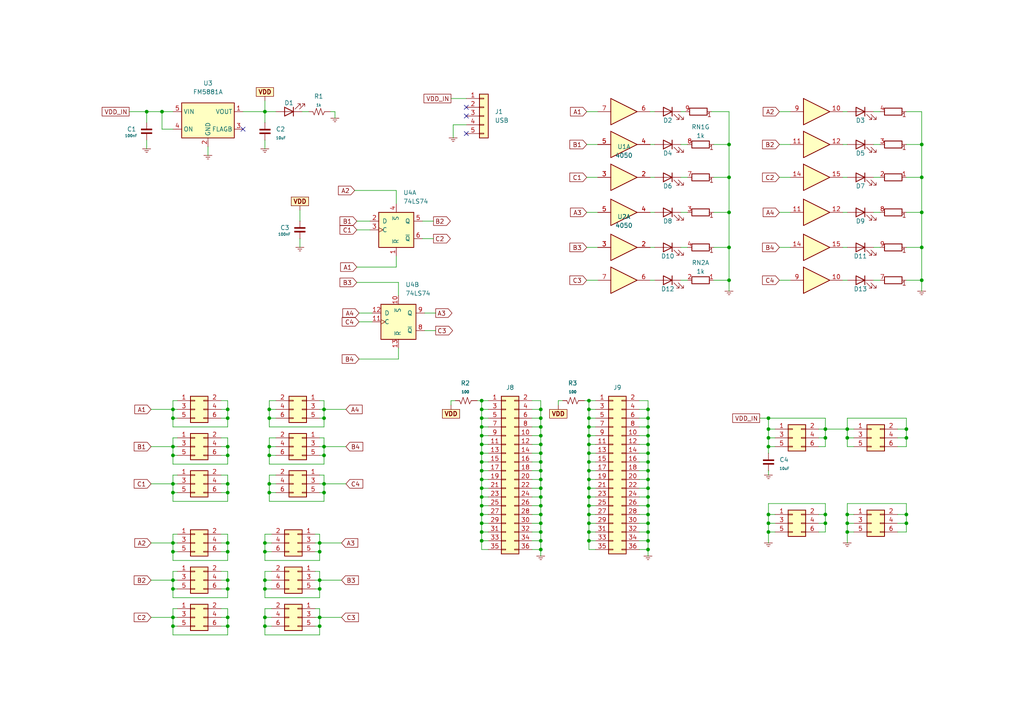
<source format=kicad_sch>
(kicad_sch (version 20211123) (generator eeschema)
  (paper "A4")
  (title_block (title "Placa didática Sistemas Digitais (7400)"))
  (junction (at 262.89 151.765))
  (junction (at 66.04 160.02))
  (junction (at 267.335 71.755))
  (junction (at 156.845 121.285))
  (junction (at 93.98 140.335))
  (junction (at 222.885 121.285))
  (junction (at 187.96 123.825))
  (junction (at 156.845 146.685))
  (junction (at 156.845 139.065))
  (junction (at 92.71 181.61))
  (junction (at 239.395 127))
  (junction (at 156.845 126.365))
  (junction (at 239.395 149.225))
  (junction (at 50.165 170.815))
  (junction (at 78.105 140.335))
  (junction (at 76.835 179.07))
  (junction (at 139.7 151.765))
  (junction (at 76.835 160.02))
  (junction (at 139.7 121.285))
  (junction (at 222.885 151.765))
  (junction (at 170.815 128.905))
  (junction (at 262.89 149.225))
  (junction (at 93.98 129.54))
  (junction (at 187.96 151.765))
  (junction (at 46.99 32.385))
  (junction (at 50.165 157.48))
  (junction (at 170.815 156.845))
  (junction (at 139.7 154.305))
  (junction (at 170.815 146.685))
  (junction (at 187.96 139.065))
  (junction (at 156.845 149.225))
  (junction (at 156.845 131.445))
  (junction (at 66.04 140.335))
  (junction (at 78.105 121.285))
  (junction (at 170.815 136.525))
  (junction (at 156.845 154.305))
  (junction (at 93.98 132.08))
  (junction (at 211.455 71.755))
  (junction (at 222.885 127))
  (junction (at 245.745 127))
  (junction (at 156.845 118.745))
  (junction (at 92.71 157.48))
  (junction (at 245.745 149.225))
  (junction (at 50.165 181.61))
  (junction (at 78.105 129.54))
  (junction (at 50.165 168.275))
  (junction (at 170.815 116.205))
  (junction (at 92.71 168.275))
  (junction (at 139.7 139.065))
  (junction (at 211.455 51.435))
  (junction (at 139.7 123.825))
  (junction (at 187.96 154.305))
  (junction (at 50.165 129.54))
  (junction (at 267.335 51.435))
  (junction (at 76.835 170.815))
  (junction (at 66.04 132.08))
  (junction (at 211.455 41.91))
  (junction (at 262.89 124.46))
  (junction (at 92.71 160.02))
  (junction (at 187.96 128.905))
  (junction (at 222.885 129.54))
  (junction (at 187.96 136.525))
  (junction (at 156.845 136.525))
  (junction (at 170.815 123.825))
  (junction (at 139.7 146.685))
  (junction (at 66.04 118.745))
  (junction (at 187.96 141.605))
  (junction (at 50.165 121.285))
  (junction (at 66.04 121.285))
  (junction (at 139.7 141.605))
  (junction (at 139.7 136.525))
  (junction (at 170.815 141.605))
  (junction (at 262.89 127))
  (junction (at 93.98 118.745))
  (junction (at 222.885 124.46))
  (junction (at 187.96 159.385))
  (junction (at 78.105 118.745))
  (junction (at 139.7 128.905))
  (junction (at 76.835 32.385))
  (junction (at 156.845 133.985))
  (junction (at 139.7 133.985))
  (junction (at 187.96 149.225))
  (junction (at 156.845 144.145))
  (junction (at 170.815 126.365))
  (junction (at 170.815 131.445))
  (junction (at 156.845 128.905))
  (junction (at 170.815 154.305))
  (junction (at 139.7 149.225))
  (junction (at 66.04 157.48))
  (junction (at 211.455 61.595))
  (junction (at 76.835 168.275))
  (junction (at 267.335 61.595))
  (junction (at 66.04 170.815))
  (junction (at 187.96 118.745))
  (junction (at 170.815 133.985))
  (junction (at 76.835 181.61))
  (junction (at 187.96 131.445))
  (junction (at 267.335 81.28))
  (junction (at 187.96 146.685))
  (junction (at 139.7 144.145))
  (junction (at 156.845 156.845))
  (junction (at 92.71 170.815))
  (junction (at 211.455 81.28))
  (junction (at 222.885 154.305))
  (junction (at 170.815 139.065))
  (junction (at 245.745 154.305))
  (junction (at 239.395 151.765))
  (junction (at 170.815 118.745))
  (junction (at 50.165 118.745))
  (junction (at 156.845 159.385))
  (junction (at 92.71 179.07))
  (junction (at 50.165 142.875))
  (junction (at 156.845 123.825))
  (junction (at 139.7 116.205))
  (junction (at 66.04 129.54))
  (junction (at 78.105 142.875))
  (junction (at 187.96 133.985))
  (junction (at 93.98 142.875))
  (junction (at 170.815 121.285))
  (junction (at 66.04 168.275))
  (junction (at 156.845 151.765))
  (junction (at 222.885 149.225))
  (junction (at 66.04 181.61))
  (junction (at 139.7 118.745))
  (junction (at 139.7 126.365))
  (junction (at 93.98 121.285))
  (junction (at 170.815 149.225))
  (junction (at 239.395 124.46))
  (junction (at 66.04 142.875))
  (junction (at 66.04 179.07))
  (junction (at 139.7 131.445))
  (junction (at 170.815 144.145))
  (junction (at 42.545 32.385))
  (junction (at 187.96 121.285))
  (junction (at 187.96 126.365))
  (junction (at 170.815 151.765))
  (junction (at 245.745 151.765))
  (junction (at 50.165 132.08))
  (junction (at 245.745 124.46))
  (junction (at 156.845 141.605))
  (junction (at 76.835 157.48))
  (junction (at 50.165 179.07))
  (junction (at 187.96 144.145))
  (junction (at 50.165 140.335))
  (junction (at 267.335 41.91))
  (junction (at 50.165 160.02))
  (junction (at 187.96 156.845))
  (junction (at 78.105 132.08))
  (junction (at 139.7 156.845))
  (no_connect (at 70.485 37.465))
  (no_connect (at 135.255 31.115))
  (no_connect (at 135.255 33.655))
  (no_connect (at 135.255 38.735))
  (wire (pts (xy 185.42 156.845) (xy 187.96 156.845)))
  (wire (pts (xy 66.04 142.875) (xy 66.04 145.415)))
  (wire (pts (xy 76.835 160.02) (xy 76.835 162.56)))
  (wire (pts (xy 64.135 137.795) (xy 66.04 137.795)))
  (wire (pts (xy 130.81 28.575) (xy 135.255 28.575)))
  (wire (pts (xy 172.72 121.285) (xy 170.815 121.285)))
  (wire (pts (xy 51.435 154.94) (xy 50.165 154.94)))
  (wire (pts (xy 78.74 154.94) (xy 76.835 154.94)))
  (wire (pts (xy 172.72 149.225) (xy 170.815 149.225)))
  (wire (pts (xy 141.605 151.765) (xy 139.7 151.765)))
  (wire (pts (xy 78.74 181.61) (xy 76.835 181.61)))
  (wire (pts (xy 267.335 32.385) (xy 262.89 32.385)))
  (wire (pts (xy 115.57 100.965) (xy 115.57 104.14)))
  (wire (pts (xy 50.165 137.795) (xy 50.165 140.335)))
  (wire (pts (xy 141.605 136.525) (xy 139.7 136.525)))
  (wire (pts (xy 170.815 141.605) (xy 170.815 139.065)))
  (wire (pts (xy 156.845 159.385) (xy 156.845 161.29)))
  (wire (pts (xy 80.01 118.745) (xy 78.105 118.745)))
  (wire (pts (xy 50.165 160.02) (xy 50.165 157.48)))
  (wire (pts (xy 66.04 132.08) (xy 66.04 134.62)))
  (wire (pts (xy 104.14 93.345) (xy 107.95 93.345)))
  (wire (pts (xy 161.925 117.475) (xy 161.925 116.205)))
  (wire (pts (xy 42.545 32.385) (xy 42.545 35.56)))
  (wire (pts (xy 188.595 61.595) (xy 189.865 61.595)))
  (wire (pts (xy 93.98 145.415) (xy 93.98 142.875)))
  (wire (pts (xy 51.435 160.02) (xy 50.165 160.02)))
  (wire (pts (xy 92.71 170.815) (xy 92.71 168.275)))
  (wire (pts (xy 43.815 168.275) (xy 50.165 168.275)))
  (wire (pts (xy 76.835 173.355) (xy 92.71 173.355)))
  (wire (pts (xy 66.04 184.15) (xy 50.165 184.15)))
  (wire (pts (xy 187.96 121.285) (xy 187.96 123.825)))
  (wire (pts (xy 262.89 127) (xy 262.89 124.46)))
  (wire (pts (xy 51.435 116.205) (xy 50.165 116.205)))
  (wire (pts (xy 141.605 149.225) (xy 139.7 149.225)))
  (wire (pts (xy 92.71 160.02) (xy 92.71 157.48)))
  (wire (pts (xy 76.835 179.07) (xy 76.835 181.61)))
  (wire (pts (xy 78.74 170.815) (xy 76.835 170.815)))
  (wire (pts (xy 187.96 156.845) (xy 187.96 159.385)))
  (wire (pts (xy 141.605 139.065) (xy 139.7 139.065)))
  (wire (pts (xy 188.595 41.91) (xy 189.865 41.91)))
  (wire (pts (xy 170.815 146.685) (xy 170.815 149.225)))
  (wire (pts (xy 64.135 132.08) (xy 66.04 132.08)))
  (wire (pts (xy 92.71 154.94) (xy 92.71 157.48)))
  (wire (pts (xy 197.485 32.385) (xy 198.755 32.385)))
  (wire (pts (xy 92.71 137.795) (xy 93.98 137.795)))
  (wire (pts (xy 222.885 129.54) (xy 224.79 129.54)))
  (wire (pts (xy 139.7 139.065) (xy 139.7 136.525)))
  (wire (pts (xy 139.7 116.205) (xy 141.605 116.205)))
  (wire (pts (xy 76.835 181.61) (xy 76.835 184.15)))
  (wire (pts (xy 66.04 157.48) (xy 66.04 160.02)))
  (wire (pts (xy 156.845 131.445) (xy 156.845 133.985)))
  (wire (pts (xy 51.435 127) (xy 50.165 127)))
  (wire (pts (xy 185.42 128.905) (xy 187.96 128.905)))
  (wire (pts (xy 267.335 61.595) (xy 267.335 51.435)))
  (wire (pts (xy 93.98 132.08) (xy 93.98 129.54)))
  (wire (pts (xy 188.595 51.435) (xy 189.865 51.435)))
  (wire (pts (xy 64.135 127) (xy 66.04 127)))
  (wire (pts (xy 51.435 165.735) (xy 50.165 165.735)))
  (wire (pts (xy 141.605 141.605) (xy 139.7 141.605)))
  (wire (pts (xy 141.605 159.385) (xy 139.7 159.385)))
  (wire (pts (xy 187.96 136.525) (xy 187.96 139.065)))
  (wire (pts (xy 260.35 151.765) (xy 262.89 151.765)))
  (wire (pts (xy 188.595 81.28) (xy 189.865 81.28)))
  (wire (pts (xy 76.835 29.21) (xy 76.835 32.385)))
  (wire (pts (xy 64.135 118.745) (xy 66.04 118.745)))
  (wire (pts (xy 46.99 37.465) (xy 46.99 32.385)))
  (wire (pts (xy 131.445 36.195) (xy 131.445 40.005)))
  (wire (pts (xy 43.815 118.745) (xy 50.165 118.745)))
  (wire (pts (xy 170.815 118.745) (xy 170.815 116.205)))
  (wire (pts (xy 50.165 145.415) (xy 50.165 142.875)))
  (wire (pts (xy 122.555 69.215) (xy 125.73 69.215)))
  (wire (pts (xy 185.42 146.685) (xy 187.96 146.685)))
  (wire (pts (xy 207.01 61.595) (xy 211.455 61.595)))
  (wire (pts (xy 222.885 154.305) (xy 222.885 157.48)))
  (wire (pts (xy 185.42 123.825) (xy 187.96 123.825)))
  (wire (pts (xy 170.18 32.385) (xy 173.355 32.385)))
  (wire (pts (xy 172.72 123.825) (xy 170.815 123.825)))
  (wire (pts (xy 123.19 90.805) (xy 126.365 90.805)))
  (wire (pts (xy 139.7 133.985) (xy 139.7 131.445)))
  (wire (pts (xy 262.89 149.225) (xy 260.35 149.225)))
  (wire (pts (xy 50.165 116.205) (xy 50.165 118.745)))
  (wire (pts (xy 51.435 176.53) (xy 50.165 176.53)))
  (wire (pts (xy 66.04 173.355) (xy 50.165 173.355)))
  (wire (pts (xy 262.89 71.755) (xy 267.335 71.755)))
  (wire (pts (xy 139.7 146.685) (xy 139.7 144.145)))
  (wire (pts (xy 78.105 116.205) (xy 78.105 118.745)))
  (wire (pts (xy 66.04 162.56) (xy 50.165 162.56)))
  (wire (pts (xy 262.89 81.28) (xy 267.335 81.28)))
  (wire (pts (xy 245.745 146.05) (xy 245.745 149.225)))
  (wire (pts (xy 91.44 160.02) (xy 92.71 160.02)))
  (wire (pts (xy 172.72 126.365) (xy 170.815 126.365)))
  (wire (pts (xy 64.135 170.815) (xy 66.04 170.815)))
  (wire (pts (xy 76.835 170.815) (xy 76.835 173.355)))
  (wire (pts (xy 222.885 154.305) (xy 224.79 154.305)))
  (wire (pts (xy 92.71 165.735) (xy 92.71 168.275)))
  (wire (pts (xy 92.71 116.205) (xy 93.98 116.205)))
  (wire (pts (xy 156.845 159.385) (xy 154.305 159.385)))
  (wire (pts (xy 93.98 137.795) (xy 93.98 140.335)))
  (wire (pts (xy 141.605 131.445) (xy 139.7 131.445)))
  (wire (pts (xy 91.44 176.53) (xy 92.71 176.53)))
  (wire (pts (xy 51.435 181.61) (xy 50.165 181.61)))
  (wire (pts (xy 170.815 126.365) (xy 170.815 123.825)))
  (wire (pts (xy 123.19 95.885) (xy 126.365 95.885)))
  (wire (pts (xy 170.18 71.755) (xy 173.355 71.755)))
  (wire (pts (xy 185.42 118.745) (xy 187.96 118.745)))
  (wire (pts (xy 244.475 32.385) (xy 245.745 32.385)))
  (wire (pts (xy 50.165 142.875) (xy 50.165 140.335)))
  (wire (pts (xy 170.815 154.305) (xy 170.815 151.765)))
  (wire (pts (xy 267.335 71.755) (xy 267.335 61.595)))
  (wire (pts (xy 93.98 129.54) (xy 92.71 129.54)))
  (wire (pts (xy 154.305 123.825) (xy 156.845 123.825)))
  (wire (pts (xy 42.545 40.64) (xy 42.545 43.18)))
  (wire (pts (xy 80.01 132.08) (xy 78.105 132.08)))
  (wire (pts (xy 76.835 162.56) (xy 92.71 162.56)))
  (wire (pts (xy 86.995 69.215) (xy 86.995 71.755)))
  (wire (pts (xy 92.71 184.15) (xy 92.71 181.61)))
  (wire (pts (xy 76.835 40.64) (xy 76.835 43.18)))
  (wire (pts (xy 92.71 132.08) (xy 93.98 132.08)))
  (wire (pts (xy 78.74 160.02) (xy 76.835 160.02)))
  (wire (pts (xy 78.105 129.54) (xy 78.105 132.08)))
  (wire (pts (xy 172.72 136.525) (xy 170.815 136.525)))
  (wire (pts (xy 262.89 121.285) (xy 245.745 121.285)))
  (wire (pts (xy 226.06 32.385) (xy 229.235 32.385)))
  (wire (pts (xy 262.89 124.46) (xy 262.89 121.285)))
  (wire (pts (xy 239.395 127) (xy 239.395 124.46)))
  (wire (pts (xy 92.71 168.275) (xy 99.06 168.275)))
  (wire (pts (xy 64.135 142.875) (xy 66.04 142.875)))
  (wire (pts (xy 92.71 176.53) (xy 92.71 179.07)))
  (wire (pts (xy 245.745 127) (xy 245.745 124.46)))
  (wire (pts (xy 187.96 131.445) (xy 187.96 133.985)))
  (wire (pts (xy 92.71 162.56) (xy 92.71 160.02)))
  (wire (pts (xy 156.845 141.605) (xy 156.845 144.145)))
  (wire (pts (xy 43.815 157.48) (xy 50.165 157.48)))
  (wire (pts (xy 222.885 127) (xy 224.79 127)))
  (wire (pts (xy 170.815 116.205) (xy 172.72 116.205)))
  (wire (pts (xy 170.815 156.845) (xy 170.815 154.305)))
  (wire (pts (xy 138.43 116.205) (xy 139.7 116.205)))
  (wire (pts (xy 80.01 129.54) (xy 78.105 129.54)))
  (wire (pts (xy 66.04 118.745) (xy 66.04 121.285)))
  (wire (pts (xy 66.04 168.275) (xy 66.04 170.815)))
  (wire (pts (xy 50.165 121.285) (xy 50.165 118.745)))
  (wire (pts (xy 66.04 123.825) (xy 50.165 123.825)))
  (wire (pts (xy 78.74 168.275) (xy 76.835 168.275)))
  (wire (pts (xy 70.485 32.385) (xy 76.835 32.385)))
  (wire (pts (xy 51.435 137.795) (xy 50.165 137.795)))
  (wire (pts (xy 170.815 139.065) (xy 170.815 136.525)))
  (wire (pts (xy 50.165 170.815) (xy 50.165 168.275)))
  (wire (pts (xy 78.105 121.285) (xy 78.105 123.825)))
  (wire (pts (xy 156.845 126.365) (xy 156.845 128.905)))
  (wire (pts (xy 93.98 118.745) (xy 92.71 118.745)))
  (wire (pts (xy 78.105 118.745) (xy 78.105 121.285)))
  (wire (pts (xy 187.96 141.605) (xy 187.96 144.145)))
  (wire (pts (xy 170.815 131.445) (xy 170.815 128.905)))
  (wire (pts (xy 172.72 139.065) (xy 170.815 139.065)))
  (wire (pts (xy 156.845 146.685) (xy 156.845 149.225)))
  (wire (pts (xy 50.165 165.735) (xy 50.165 168.275)))
  (wire (pts (xy 226.06 61.595) (xy 229.235 61.595)))
  (wire (pts (xy 154.305 156.845) (xy 156.845 156.845)))
  (wire (pts (xy 93.98 129.54) (xy 100.33 129.54)))
  (wire (pts (xy 239.395 149.225) (xy 239.395 146.05)))
  (wire (pts (xy 267.335 81.28) (xy 267.335 71.755)))
  (wire (pts (xy 156.845 133.985) (xy 156.845 136.525)))
  (wire (pts (xy 156.845 156.845) (xy 156.845 159.385)))
  (wire (pts (xy 154.305 146.685) (xy 156.845 146.685)))
  (wire (pts (xy 76.835 168.275) (xy 76.835 170.815)))
  (wire (pts (xy 76.835 35.56) (xy 76.835 32.385)))
  (wire (pts (xy 50.165 123.825) (xy 50.165 121.285)))
  (wire (pts (xy 239.395 124.46) (xy 239.395 121.285)))
  (wire (pts (xy 172.72 154.305) (xy 170.815 154.305)))
  (wire (pts (xy 222.885 151.765) (xy 222.885 154.305)))
  (wire (pts (xy 139.7 154.305) (xy 139.7 151.765)))
  (wire (pts (xy 262.89 124.46) (xy 260.35 124.46)))
  (wire (pts (xy 76.835 32.385) (xy 80.01 32.385)))
  (wire (pts (xy 60.325 42.545) (xy 60.325 45.085)))
  (wire (pts (xy 156.845 151.765) (xy 156.845 154.305)))
  (wire (pts (xy 211.455 51.435) (xy 211.455 41.91)))
  (wire (pts (xy 222.885 121.285) (xy 222.885 124.46)))
  (wire (pts (xy 66.04 127) (xy 66.04 129.54)))
  (wire (pts (xy 222.885 127) (xy 222.885 129.54)))
  (wire (pts (xy 92.71 168.275) (xy 91.44 168.275)))
  (wire (pts (xy 154.305 131.445) (xy 156.845 131.445)))
  (wire (pts (xy 66.04 165.735) (xy 66.04 168.275)))
  (wire (pts (xy 115.57 81.915) (xy 115.57 85.725)))
  (wire (pts (xy 103.505 64.135) (xy 107.315 64.135)))
  (wire (pts (xy 156.845 118.745) (xy 156.845 121.285)))
  (wire (pts (xy 197.485 81.28) (xy 199.39 81.28)))
  (wire (pts (xy 139.7 159.385) (xy 139.7 156.845)))
  (wire (pts (xy 247.65 151.765) (xy 245.745 151.765)))
  (wire (pts (xy 262.89 149.225) (xy 262.89 146.05)))
  (wire (pts (xy 92.71 173.355) (xy 92.71 170.815)))
  (wire (pts (xy 80.01 127) (xy 78.105 127)))
  (wire (pts (xy 97.155 34.29) (xy 97.155 32.385)))
  (wire (pts (xy 51.435 121.285) (xy 50.165 121.285)))
  (wire (pts (xy 139.7 128.905) (xy 139.7 126.365)))
  (wire (pts (xy 220.345 121.285) (xy 222.885 121.285)))
  (wire (pts (xy 78.74 176.53) (xy 76.835 176.53)))
  (wire (pts (xy 42.545 32.385) (xy 46.99 32.385)))
  (wire (pts (xy 244.475 81.28) (xy 245.745 81.28)))
  (wire (pts (xy 197.485 51.435) (xy 199.39 51.435)))
  (wire (pts (xy 197.485 71.755) (xy 199.39 71.755)))
  (wire (pts (xy 130.81 117.475) (xy 130.81 116.205)))
  (wire (pts (xy 139.7 156.845) (xy 139.7 154.305)))
  (wire (pts (xy 130.81 116.205) (xy 132.08 116.205)))
  (wire (pts (xy 170.815 144.145) (xy 170.815 141.605)))
  (wire (pts (xy 185.42 116.205) (xy 187.96 116.205)))
  (wire (pts (xy 222.885 149.225) (xy 222.885 151.765)))
  (wire (pts (xy 239.395 121.285) (xy 222.885 121.285)))
  (wire (pts (xy 93.98 140.335) (xy 92.71 140.335)))
  (wire (pts (xy 262.89 151.765) (xy 262.89 149.225)))
  (wire (pts (xy 170.18 81.28) (xy 173.355 81.28)))
  (wire (pts (xy 262.89 146.05) (xy 245.745 146.05)))
  (wire (pts (xy 237.49 154.305) (xy 239.395 154.305)))
  (wire (pts (xy 211.455 84.455) (xy 211.455 81.28)))
  (wire (pts (xy 93.98 118.745) (xy 100.33 118.745)))
  (wire (pts (xy 244.475 51.435) (xy 245.745 51.435)))
  (wire (pts (xy 154.305 126.365) (xy 156.845 126.365)))
  (wire (pts (xy 93.98 123.825) (xy 93.98 121.285)))
  (wire (pts (xy 66.04 140.335) (xy 66.04 142.875)))
  (wire (pts (xy 187.96 149.225) (xy 187.96 151.765)))
  (wire (pts (xy 239.395 124.46) (xy 245.745 124.46)))
  (wire (pts (xy 78.105 140.335) (xy 78.105 142.875)))
  (wire (pts (xy 239.395 146.05) (xy 222.885 146.05)))
  (wire (pts (xy 43.815 179.07) (xy 50.165 179.07)))
  (wire (pts (xy 92.71 181.61) (xy 92.71 179.07)))
  (wire (pts (xy 172.72 118.745) (xy 170.815 118.745)))
  (wire (pts (xy 141.605 121.285) (xy 139.7 121.285)))
  (wire (pts (xy 170.815 123.825) (xy 170.815 121.285)))
  (wire (pts (xy 237.49 127) (xy 239.395 127)))
  (wire (pts (xy 78.74 157.48) (xy 76.835 157.48)))
  (wire (pts (xy 50.165 129.54) (xy 51.435 129.54)))
  (wire (pts (xy 76.835 176.53) (xy 76.835 179.07)))
  (wire (pts (xy 247.65 127) (xy 245.745 127)))
  (wire (pts (xy 244.475 71.755) (xy 245.745 71.755)))
  (wire (pts (xy 185.42 144.145) (xy 187.96 144.145)))
  (wire (pts (xy 76.835 165.735) (xy 76.835 168.275)))
  (wire (pts (xy 222.885 124.46) (xy 222.885 127)))
  (wire (pts (xy 244.475 61.595) (xy 245.745 61.595)))
  (wire (pts (xy 187.96 139.065) (xy 187.96 141.605)))
  (wire (pts (xy 170.815 136.525) (xy 170.815 133.985)))
  (wire (pts (xy 66.04 154.94) (xy 66.04 157.48)))
  (wire (pts (xy 237.49 151.765) (xy 239.395 151.765)))
  (wire (pts (xy 226.06 51.435) (xy 229.235 51.435)))
  (wire (pts (xy 185.42 151.765) (xy 187.96 151.765)))
  (wire (pts (xy 91.44 170.815) (xy 92.71 170.815)))
  (wire (pts (xy 156.845 116.205) (xy 156.845 118.745)))
  (wire (pts (xy 156.845 139.065) (xy 156.845 141.605)))
  (wire (pts (xy 222.885 146.05) (xy 222.885 149.225)))
  (wire (pts (xy 237.49 124.46) (xy 239.395 124.46)))
  (wire (pts (xy 253.365 81.28) (xy 255.27 81.28)))
  (wire (pts (xy 64.135 129.54) (xy 66.04 129.54)))
  (wire (pts (xy 226.06 71.755) (xy 229.235 71.755)))
  (wire (pts (xy 187.96 123.825) (xy 187.96 126.365)))
  (wire (pts (xy 92.71 157.48) (xy 91.44 157.48)))
  (wire (pts (xy 66.04 170.815) (xy 66.04 173.355)))
  (wire (pts (xy 50.165 162.56) (xy 50.165 160.02)))
  (wire (pts (xy 170.815 128.905) (xy 170.815 126.365)))
  (wire (pts (xy 262.89 129.54) (xy 262.89 127)))
  (wire (pts (xy 154.305 136.525) (xy 156.845 136.525)))
  (wire (pts (xy 50.165 181.61) (xy 50.165 179.07)))
  (wire (pts (xy 141.605 128.905) (xy 139.7 128.905)))
  (wire (pts (xy 222.885 124.46) (xy 224.79 124.46)))
  (wire (pts (xy 78.105 142.875) (xy 78.105 145.415)))
  (wire (pts (xy 64.135 160.02) (xy 66.04 160.02)))
  (wire (pts (xy 93.98 127) (xy 93.98 129.54)))
  (wire (pts (xy 50.165 179.07) (xy 51.435 179.07)))
  (wire (pts (xy 141.605 156.845) (xy 139.7 156.845)))
  (wire (pts (xy 267.335 41.91) (xy 267.335 32.385)))
  (wire (pts (xy 206.375 32.385) (xy 211.455 32.385)))
  (wire (pts (xy 91.44 165.735) (xy 92.71 165.735)))
  (wire (pts (xy 64.135 140.335) (xy 66.04 140.335)))
  (wire (pts (xy 103.505 66.675) (xy 107.315 66.675)))
  (wire (pts (xy 43.815 129.54) (xy 50.165 129.54)))
  (wire (pts (xy 187.96 159.385) (xy 185.42 159.385)))
  (wire (pts (xy 222.885 151.765) (xy 224.79 151.765)))
  (wire (pts (xy 66.04 179.07) (xy 66.04 181.61)))
  (wire (pts (xy 154.305 118.745) (xy 156.845 118.745)))
  (wire (pts (xy 91.44 181.61) (xy 92.71 181.61)))
  (wire (pts (xy 187.96 126.365) (xy 187.96 128.905)))
  (wire (pts (xy 51.435 142.875) (xy 50.165 142.875)))
  (wire (pts (xy 139.7 126.365) (xy 139.7 123.825)))
  (wire (pts (xy 222.885 136.525) (xy 222.885 137.795)))
  (wire (pts (xy 154.305 128.905) (xy 156.845 128.905)))
  (wire (pts (xy 66.04 181.61) (xy 66.04 184.15)))
  (wire (pts (xy 187.96 154.305) (xy 187.96 156.845)))
  (wire (pts (xy 102.87 55.245) (xy 114.935 55.245)))
  (wire (pts (xy 226.06 41.91) (xy 229.235 41.91)))
  (wire (pts (xy 185.42 154.305) (xy 187.96 154.305)))
  (wire (pts (xy 187.96 133.985) (xy 187.96 136.525)))
  (wire (pts (xy 86.995 60.96) (xy 86.995 64.135)))
  (wire (pts (xy 50.165 140.335) (xy 51.435 140.335)))
  (wire (pts (xy 211.455 71.755) (xy 211.455 61.595)))
  (wire (pts (xy 80.01 121.285) (xy 78.105 121.285)))
  (wire (pts (xy 141.605 123.825) (xy 139.7 123.825)))
  (wire (pts (xy 156.845 154.305) (xy 156.845 156.845)))
  (wire (pts (xy 64.135 181.61) (xy 66.04 181.61)))
  (wire (pts (xy 91.44 154.94) (xy 92.71 154.94)))
  (wire (pts (xy 76.835 184.15) (xy 92.71 184.15)))
  (wire (pts (xy 207.01 81.28) (xy 211.455 81.28)))
  (wire (pts (xy 156.845 144.145) (xy 156.845 146.685)))
  (wire (pts (xy 154.305 151.765) (xy 156.845 151.765)))
  (wire (pts (xy 185.42 149.225) (xy 187.96 149.225)))
  (wire (pts (xy 50.165 184.15) (xy 50.165 181.61)))
  (wire (pts (xy 188.595 32.385) (xy 189.865 32.385)))
  (wire (pts (xy 185.42 136.525) (xy 187.96 136.525)))
  (wire (pts (xy 172.72 131.445) (xy 170.815 131.445)))
  (wire (pts (xy 172.72 151.765) (xy 170.815 151.765)))
  (wire (pts (xy 141.605 144.145) (xy 139.7 144.145)))
  (wire (pts (xy 253.365 51.435) (xy 255.27 51.435)))
  (wire (pts (xy 114.935 74.295) (xy 114.935 77.47)))
  (wire (pts (xy 78.74 179.07) (xy 76.835 179.07)))
  (wire (pts (xy 172.72 146.685) (xy 170.815 146.685)))
  (wire (pts (xy 46.99 32.385) (xy 50.165 32.385)))
  (wire (pts (xy 185.42 126.365) (xy 187.96 126.365)))
  (wire (pts (xy 253.365 71.755) (xy 255.27 71.755)))
  (wire (pts (xy 80.01 140.335) (xy 78.105 140.335)))
  (wire (pts (xy 253.365 41.91) (xy 255.27 41.91)))
  (wire (pts (xy 187.96 159.385) (xy 187.96 161.29)))
  (wire (pts (xy 154.305 154.305) (xy 156.845 154.305)))
  (wire (pts (xy 154.305 121.285) (xy 156.845 121.285)))
  (wire (pts (xy 185.42 133.985) (xy 187.96 133.985)))
  (wire (pts (xy 78.105 145.415) (xy 93.98 145.415)))
  (wire (pts (xy 170.815 133.985) (xy 170.815 131.445)))
  (wire (pts (xy 76.835 157.48) (xy 76.835 160.02)))
  (wire (pts (xy 170.815 149.225) (xy 170.815 151.765)))
  (wire (pts (xy 245.745 154.305) (xy 245.745 157.48)))
  (wire (pts (xy 139.7 123.825) (xy 139.7 121.285)))
  (wire (pts (xy 92.71 121.285) (xy 93.98 121.285)))
  (wire (pts (xy 93.98 121.285) (xy 93.98 118.745)))
  (wire (pts (xy 51.435 170.815) (xy 50.165 170.815)))
  (wire (pts (xy 170.18 51.435) (xy 173.355 51.435)))
  (wire (pts (xy 262.89 61.595) (xy 267.335 61.595)))
  (wire (pts (xy 156.845 136.525) (xy 156.845 139.065)))
  (wire (pts (xy 78.105 123.825) (xy 93.98 123.825)))
  (wire (pts (xy 141.605 126.365) (xy 139.7 126.365)))
  (wire (pts (xy 64.135 176.53) (xy 66.04 176.53)))
  (wire (pts (xy 172.72 133.985) (xy 170.815 133.985)))
  (wire (pts (xy 170.815 159.385) (xy 170.815 156.845)))
  (wire (pts (xy 93.98 140.335) (xy 100.33 140.335)))
  (wire (pts (xy 260.35 129.54) (xy 262.89 129.54)))
  (wire (pts (xy 76.835 154.94) (xy 76.835 157.48)))
  (wire (pts (xy 64.135 154.94) (xy 66.04 154.94)))
  (wire (pts (xy 93.98 134.62) (xy 93.98 132.08)))
  (wire (pts (xy 245.745 129.54) (xy 245.745 127)))
  (wire (pts (xy 237.49 129.54) (xy 239.395 129.54)))
  (wire (pts (xy 245.745 154.305) (xy 245.745 151.765)))
  (wire (pts (xy 207.01 41.91) (xy 211.455 41.91)))
  (wire (pts (xy 122.555 64.135) (xy 125.73 64.135)))
  (wire (pts (xy 267.335 51.435) (xy 267.335 41.91)))
  (wire (pts (xy 247.65 154.305) (xy 245.745 154.305)))
  (wire (pts (xy 50.165 173.355) (xy 50.165 170.815)))
  (wire (pts (xy 239.395 129.54) (xy 239.395 127)))
  (wire (pts (xy 92.71 142.875) (xy 93.98 142.875)))
  (wire (pts (xy 222.885 129.54) (xy 222.885 131.445)))
  (wire (pts (xy 50.165 154.94) (xy 50.165 157.48)))
  (wire (pts (xy 170.18 41.91) (xy 173.355 41.91)))
  (wire (pts (xy 92.71 127) (xy 93.98 127)))
  (wire (pts (xy 92.71 179.07) (xy 99.06 179.07)))
  (wire (pts (xy 114.935 55.245) (xy 114.935 59.055)))
  (wire (pts (xy 156.845 149.225) (xy 156.845 151.765)))
  (wire (pts (xy 104.14 104.14) (xy 115.57 104.14)))
  (wire (pts (xy 154.305 139.065) (xy 156.845 139.065)))
  (wire (pts (xy 172.72 128.905) (xy 170.815 128.905)))
  (wire (pts (xy 66.04 176.53) (xy 66.04 179.07)))
  (wire (pts (xy 245.745 121.285) (xy 245.745 124.46)))
  (wire (pts (xy 141.605 118.745) (xy 139.7 118.745)))
  (wire (pts (xy 64.135 168.275) (xy 66.04 168.275)))
  (wire (pts (xy 172.72 156.845) (xy 170.815 156.845)))
  (wire (pts (xy 260.35 127) (xy 262.89 127)))
  (wire (pts (xy 161.925 116.205) (xy 163.195 116.205)))
  (wire (pts (xy 226.06 81.28) (xy 229.235 81.28)))
  (wire (pts (xy 80.01 137.795) (xy 78.105 137.795)))
  (wire (pts (xy 267.335 84.455) (xy 267.335 81.28)))
  (wire (pts (xy 262.89 51.435) (xy 267.335 51.435)))
  (wire (pts (xy 207.01 71.755) (xy 211.455 71.755)))
  (wire (pts (xy 93.98 116.205) (xy 93.98 118.745)))
  (wire (pts (xy 78.105 137.795) (xy 78.105 140.335)))
  (wire (pts (xy 135.255 36.195) (xy 131.445 36.195)))
  (wire (pts (xy 154.305 144.145) (xy 156.845 144.145)))
  (wire (pts (xy 139.7 118.745) (xy 139.7 116.205)))
  (wire (pts (xy 187.96 144.145) (xy 187.96 146.685)))
  (wire (pts (xy 187.96 118.745) (xy 187.96 121.285)))
  (wire (pts (xy 141.605 133.985) (xy 139.7 133.985)))
  (wire (pts (xy 66.04 160.02) (xy 66.04 162.56)))
  (wire (pts (xy 64.135 165.735) (xy 66.04 165.735)))
  (wire (pts (xy 154.305 149.225) (xy 156.845 149.225)))
  (wire (pts (xy 211.455 41.91) (xy 211.455 32.385)))
  (wire (pts (xy 172.72 144.145) (xy 170.815 144.145)))
  (wire (pts (xy 187.96 146.685) (xy 187.96 149.225)))
  (wire (pts (xy 172.72 159.385) (xy 170.815 159.385)))
  (wire (pts (xy 92.71 179.07) (xy 91.44 179.07)))
  (wire (pts (xy 78.74 165.735) (xy 76.835 165.735)))
  (wire (pts (xy 78.105 132.08) (xy 78.105 134.62)))
  (wire (pts (xy 244.475 41.91) (xy 245.745 41.91)))
  (wire (pts (xy 66.04 134.62) (xy 50.165 134.62)))
  (wire (pts (xy 139.7 131.445) (xy 139.7 128.905)))
  (wire (pts (xy 64.135 179.07) (xy 66.04 179.07)))
  (wire (pts (xy 245.745 149.225) (xy 247.65 149.225)))
  (wire (pts (xy 139.7 121.285) (xy 139.7 118.745)))
  (wire (pts (xy 197.485 61.595) (xy 199.39 61.595)))
  (wire (pts (xy 245.745 151.765) (xy 245.745 149.225)))
  (wire (pts (xy 64.135 116.205) (xy 66.04 116.205)))
  (wire (pts (xy 66.04 129.54) (xy 66.04 132.08)))
  (wire (pts (xy 139.7 146.685) (xy 139.7 149.225)))
  (wire (pts (xy 139.7 149.225) (xy 139.7 151.765)))
  (wire (pts (xy 245.745 124.46) (xy 247.65 124.46)))
  (wire (pts (xy 87.63 32.385) (xy 89.535 32.385)))
  (wire (pts (xy 141.605 146.685) (xy 139.7 146.685)))
  (wire (pts (xy 50.165 37.465) (xy 46.99 37.465)))
  (wire (pts (xy 172.72 141.605) (xy 170.815 141.605)))
  (wire (pts (xy 211.455 61.595) (xy 211.455 51.435)))
  (wire (pts (xy 222.885 149.225) (xy 224.79 149.225)))
  (wire (pts (xy 185.42 139.065) (xy 187.96 139.065)))
  (wire (pts (xy 103.505 77.47) (xy 114.935 77.47)))
  (wire (pts (xy 185.42 141.605) (xy 187.96 141.605)))
  (wire (pts (xy 187.96 128.905) (xy 187.96 131.445)))
  (wire (pts (xy 50.165 118.745) (xy 51.435 118.745)))
  (wire (pts (xy 50.165 132.08) (xy 50.165 129.54)))
  (wire (pts (xy 78.105 134.62) (xy 93.98 134.62)))
  (wire (pts (xy 97.155 32.385) (xy 95.885 32.385)))
  (wire (pts (xy 170.815 146.685) (xy 170.815 144.145)))
  (wire (pts (xy 154.305 141.605) (xy 156.845 141.605)))
  (wire (pts (xy 43.815 140.335) (xy 50.165 140.335)))
  (wire (pts (xy 141.605 154.305) (xy 139.7 154.305)))
  (wire (pts (xy 247.65 129.54) (xy 245.745 129.54)))
  (wire (pts (xy 80.01 116.205) (xy 78.105 116.205)))
  (wire (pts (xy 185.42 131.445) (xy 187.96 131.445)))
  (wire (pts (xy 170.18 61.595) (xy 173.355 61.595)))
  (wire (pts (xy 237.49 149.225) (xy 239.395 149.225)))
  (wire (pts (xy 66.04 116.205) (xy 66.04 118.745)))
  (wire (pts (xy 154.305 133.985) (xy 156.845 133.985)))
  (wire (pts (xy 50.165 157.48) (xy 51.435 157.48)))
  (wire (pts (xy 169.545 116.205) (xy 170.815 116.205)))
  (wire (pts (xy 253.365 32.385) (xy 255.27 32.385)))
  (wire (pts (xy 170.815 121.285) (xy 170.815 118.745)))
  (wire (pts (xy 197.485 41.91) (xy 199.39 41.91)))
  (wire (pts (xy 156.845 123.825) (xy 156.845 126.365)))
  (wire (pts (xy 262.89 41.91) (xy 267.335 41.91)))
  (wire (pts (xy 154.305 116.205) (xy 156.845 116.205)))
  (wire (pts (xy 78.105 127) (xy 78.105 129.54)))
  (wire (pts (xy 260.35 154.305) (xy 262.89 154.305)))
  (wire (pts (xy 187.96 116.205) (xy 187.96 118.745)))
  (wire (pts (xy 156.845 121.285) (xy 156.845 123.825)))
  (wire (pts (xy 187.96 151.765) (xy 187.96 154.305)))
  (wire (pts (xy 139.7 144.145) (xy 139.7 141.605)))
  (wire (pts (xy 93.98 142.875) (xy 93.98 140.335)))
  (wire (pts (xy 37.465 32.385) (xy 42.545 32.385)))
  (wire (pts (xy 239.395 154.305) (xy 239.395 151.765)))
  (wire (pts (xy 50.165 127) (xy 50.165 129.54)))
  (wire (pts (xy 50.165 176.53) (xy 50.165 179.07)))
  (wire (pts (xy 80.01 142.875) (xy 78.105 142.875)))
  (wire (pts (xy 66.04 137.795) (xy 66.04 140.335)))
  (wire (pts (xy 211.455 81.28) (xy 211.455 71.755)))
  (wire (pts (xy 66.04 145.415) (xy 50.165 145.415)))
  (wire (pts (xy 207.01 51.435) (xy 211.455 51.435)))
  (wire (pts (xy 66.04 121.285) (xy 66.04 123.825)))
  (wire (pts (xy 64.135 157.48) (xy 66.04 157.48)))
  (wire (pts (xy 50.165 168.275) (xy 51.435 168.275)))
  (wire (pts (xy 50.165 134.62) (xy 50.165 132.08)))
  (wire (pts (xy 139.7 136.525) (xy 139.7 133.985)))
  (wire (pts (xy 139.7 141.605) (xy 139.7 139.065)))
  (wire (pts (xy 156.845 128.905) (xy 156.845 131.445)))
  (wire (pts (xy 103.505 81.915) (xy 115.57 81.915)))
  (wire (pts (xy 64.135 121.285) (xy 66.04 121.285)))
  (wire (pts (xy 51.435 132.08) (xy 50.165 132.08)))
  (wire (pts (xy 188.595 71.755) (xy 189.865 71.755)))
  (wire (pts (xy 253.365 61.595) (xy 255.27 61.595)))
  (wire (pts (xy 185.42 121.285) (xy 187.96 121.285)))
  (wire (pts (xy 104.14 90.805) (xy 107.95 90.805)))
  (wire (pts (xy 239.395 151.765) (xy 239.395 149.225)))
  (wire (pts (xy 92.71 157.48) (xy 99.06 157.48)))
  (wire (pts (xy 262.89 154.305) (xy 262.89 151.765)))
  (global_label "C4" (shape input) (at 100.33 140.335 0) (property "Intersheet References" "${INTERSHEET_REFS}" (effects hide)))
  (global_label "B3" (shape input) (at 103.505 81.915 180) (property "Intersheet References" "${INTERSHEET_REFS}" (effects hide)))
  (global_label "C4" (shape input) (at 104.14 93.345 180) (property "Intersheet References" "${INTERSHEET_REFS}" (effects hide)))
  (global_label "B2" (shape output) (at 125.73 64.135 0) (property "Intersheet References" "${INTERSHEET_REFS}" (effects hide)))
  (global_label "A2" (shape input) (at 226.06 32.385 180) (property "Intersheet References" "${INTERSHEET_REFS}" (effects hide)))
  (global_label "A3" (shape input) (at 170.18 61.595 180) (property "Intersheet References" "${INTERSHEET_REFS}" (effects hide)))
  (global_label "B1" (shape input) (at 43.815 129.54 180) (property "Intersheet References" "${INTERSHEET_REFS}" (effects hide)))
  (global_label "C3" (shape input) (at 99.06 179.07 0) (property "Intersheet References" "${INTERSHEET_REFS}" (effects hide)))
  (global_label "A3" (shape input) (at 99.06 157.48 0) (property "Intersheet References" "${INTERSHEET_REFS}" (effects hide)))
  (global_label "C3" (shape input) (at 170.18 81.28 180) (property "Intersheet References" "${INTERSHEET_REFS}" (effects hide)))
  (global_label "C3" (shape output) (at 126.365 95.885 0) (property "Intersheet References" "${INTERSHEET_REFS}" (effects hide)))
  (global_label "B1" (shape input) (at 103.505 64.135 180) (property "Intersheet References" "${INTERSHEET_REFS}" (effects hide)))
  (global_label "VDD_IN" (shape passive) (at 130.81 28.575 180) (property "Intersheet References" "${INTERSHEET_REFS}" (effects hide)))
  (global_label "C4" (shape input) (at 226.06 81.28 180) (property "Intersheet References" "${INTERSHEET_REFS}" (effects hide)))
  (global_label "B3" (shape input) (at 99.06 168.275 0) (property "Intersheet References" "${INTERSHEET_REFS}" (effects hide)))
  (global_label "B3" (shape input) (at 170.18 71.755 180) (property "Intersheet References" "${INTERSHEET_REFS}" (effects hide)))
  (global_label "C1" (shape input) (at 43.815 140.335 180) (property "Intersheet References" "${INTERSHEET_REFS}" (effects hide)))
  (global_label "VDD_IN" (shape passive) (at 37.465 32.385 180) (property "Intersheet References" "${INTERSHEET_REFS}" (effects hide)))
  (global_label "A2" (shape input) (at 102.87 55.245 180) (property "Intersheet References" "${INTERSHEET_REFS}" (effects hide)))
  (global_label "B4" (shape input) (at 100.33 129.54 0) (property "Intersheet References" "${INTERSHEET_REFS}" (effects hide)))
  (global_label "C2" (shape output) (at 125.73 69.215 0) (property "Intersheet References" "${INTERSHEET_REFS}" (effects hide)))
  (global_label "C1" (shape input) (at 170.18 51.435 180) (property "Intersheet References" "${INTERSHEET_REFS}" (effects hide)))
  (global_label "B4" (shape input) (at 226.06 71.755 180) (property "Intersheet References" "${INTERSHEET_REFS}" (effects hide)))
  (global_label "C2" (shape input) (at 226.06 51.435 180) (property "Intersheet References" "${INTERSHEET_REFS}" (effects hide)))
  (global_label "B1" (shape input) (at 170.18 41.91 180) (property "Intersheet References" "${INTERSHEET_REFS}" (effects hide)))
  (global_label "C1" (shape input) (at 103.505 66.675 180) (property "Intersheet References" "${INTERSHEET_REFS}" (effects hide)))
  (global_label "A1" (shape input) (at 170.18 32.385 180) (property "Intersheet References" "${INTERSHEET_REFS}" (effects hide)))
  (global_label "B2" (shape input) (at 226.06 41.91 180) (property "Intersheet References" "${INTERSHEET_REFS}" (effects hide)))
  (global_label "B4" (shape input) (at 104.14 104.14 180) (property "Intersheet References" "${INTERSHEET_REFS}" (effects hide)))
  (global_label "A4" (shape input) (at 100.33 118.745 0) (property "Intersheet References" "${INTERSHEET_REFS}" (effects hide)))
  (global_label "A3" (shape output) (at 126.365 90.805 0) (property "Intersheet References" "${INTERSHEET_REFS}" (effects hide)))
  (global_label "A1" (shape input) (at 43.815 118.745 180) (property "Intersheet References" "${INTERSHEET_REFS}" (effects hide)))
  (global_label "A4" (shape input) (at 226.06 61.595 180) (property "Intersheet References" "${INTERSHEET_REFS}" (effects hide)))
  (global_label "VDD_IN" (shape passive) (at 220.345 121.285 180) (property "Intersheet References" "${INTERSHEET_REFS}" (effects hide)))
  (global_label "A4" (shape input) (at 104.14 90.805 180) (property "Intersheet References" "${INTERSHEET_REFS}" (effects hide)))
  (global_label "A1" (shape input) (at 103.505 77.47 180) (property "Intersheet References" "${INTERSHEET_REFS}" (effects hide)))
  (global_label "B2" (shape input) (at 43.815 168.275 180) (property "Intersheet References" "${INTERSHEET_REFS}" (effects hide)))
  (global_label "A2" (shape input) (at 43.815 157.48 180) (property "Intersheet References" "${INTERSHEET_REFS}" (effects hide)))
  (global_label "C2" (shape input) (at 43.815 179.07 180) (property "Intersheet References" "${INTERSHEET_REFS}" (effects hide)))
  (symbol (lib_id "Connector_Generic:Conn_02x03_Odd_Even") (at 229.87 127 0) (unit 1)
    (property "Reference" "J4" (effects hide))
    (property "Value" "Conn_02x03_Odd_Even" (effects hide))
    (property "Footprint" "Connector_PinSocket_2.54mm:PinSocket_2x03_P2.54mm_Vertical" (effects hide))
  )
  (symbol (lib_id "OPENMIND:GND2") (at 245.745 157.48 0) (unit 1)
    (property "Reference" "#PWR014" (effects hide))
    (property "Value" "GND2" (effects hide))
  )
  (symbol (lib_id "Connector_Generic:Conn_02x03_Odd_Even") (at 56.515 118.745 0) (unit 1)
    (property "Reference" "J2" (effects hide))
    (property "Value" "Conn_02x03_Odd_Even" (effects hide))
    (property "Footprint" "Connector_PinSocket_2.54mm:PinSocket_2x03_P2.54mm_Vertical" (effects hide))
  )
  (symbol (lib_id "OPENMIND:VDD") (at 130.81 117.475 180) (unit 1)
    (property "Reference" "#PWR010" (effects hide))
    (property "Value" "VDD" (effects hide))
  )
  (symbol (lib_id "Device:LED") (at 249.555 61.595 0) (mirror y) (unit 1)
    (property "Reference" "D9" (at 249.555 64.135 0))
    (property "Value" "LED_Small" (effects hide))
    (property "Footprint" "LED_SMD:LED_0805_2012Metric" (effects hide))
  )
  (symbol (lib_id "Connector_Generic:Conn_02x03_Odd_Even") (at 56.515 168.275 0) (unit 1)
    (property "Reference" "J16" (effects hide))
    (property "Value" "Conn_02x03_Odd_Even" (effects hide))
    (property "Footprint" "Connector_PinSocket_2.54mm:PinSocket_2x03_P2.54mm_Vertical" (effects hide))
  )
  (symbol (lib_id "Device:LED") (at 249.555 41.91 0) (mirror y) (unit 1)
    (property "Reference" "D5" (at 249.555 44.45 0))
    (property "Value" "LED_Small" (effects hide))
    (property "Footprint" "LED_SMD:LED_0805_2012Metric" (effects hide))
  )
  (symbol (lib_id "4xxx:4050") (at 180.975 41.91 0) (unit 2)
    (property "Reference" "U1" (effects hide))
    (property "Value" "4050" (effects hide))
    (property "Footprint" "Package_SO:SOIC-16_3.9x9.9mm_P1.27mm" (effects hide))
    (property "Datasheet" "http://www.intersil.com/content/dam/intersil/documents/cd40/cd4050bms.pdf" (effects hide))
  )
  (symbol (lib_id "OPENMIND:GND2") (at 211.455 84.455 0) (unit 1)
    (property "Reference" "#PWR08" (effects hide))
    (property "Value" "GND2" (effects hide))
  )
  (symbol (lib_id "74xx:74LS74") (at 115.57 93.345 0) (unit 2)
    (property "Reference" "U4" (at 117.5894 82.55 0) (effects (justify left)))
    (property "Value" "74LS74" (at 117.5894 85.09 0) (effects (justify left)))
    (property "Datasheet" "74xx/74hc_hct74.pdf" (effects hide))
  )
  (symbol (lib_id "Device:LED") (at 193.675 71.755 0) (mirror y) (unit 1)
    (property "Reference" "D10" (at 193.675 74.295 0))
    (property "Value" "LED_Small" (effects hide))
    (property "Footprint" "LED_SMD:LED_0805_2012Metric" (effects hide))
  )
  (symbol (lib_id "4xxx:4050") (at 236.855 71.755 0) (unit 6)
    (property "Reference" "U2" (effects hide))
    (property "Value" "4050" (effects hide))
    (property "Footprint" "Package_SO:SOIC-16_3.9x9.9mm_P1.27mm" (effects hide))
    (property "Datasheet" "http://www.intersil.com/content/dam/intersil/documents/cd40/cd4050bms.pdf" (effects hide))
  )
  (symbol (lib_id "4xxx:4050") (at 180.975 81.28 0) (unit 3)
    (property "Reference" "U2" (effects hide))
    (property "Value" "4050" (effects hide))
    (property "Footprint" "Package_SO:SOIC-16_3.9x9.9mm_P1.27mm" (effects hide))
    (property "Datasheet" "http://www.intersil.com/content/dam/intersil/documents/cd40/cd4050bms.pdf" (effects hide))
  )
  (symbol (lib_id "Device:R_Network08_Split") (at 259.08 51.435 270) (unit 1)
    (property "Reference" "RN1" (effects hide))
    (property "Value" "1k" (effects hide))
    (property "Footprint" "Resistor_THT:R_Array_SIP9" (effects hide))
    (property "Datasheet" "http://www.vishay.com/docs/31509/csc.pdf" (effects hide))
  )
  (symbol (lib_id "OPENMIND:GND2") (at 131.445 40.005 0) (unit 1)
    (property "Reference" "#PWR0101" (effects hide))
    (property "Value" "GND2" (effects hide))
  )
  (symbol (lib_id "Connector_Generic:Conn_02x03_Odd_Even") (at 86.36 168.275 0) (mirror y) (unit 1)
    (property "Reference" "J17" (effects hide))
    (property "Value" "Conn_02x03_Odd_Even" (effects hide))
    (property "Footprint" "Connector_PinSocket_2.54mm:PinSocket_2x03_P2.54mm_Vertical" (effects hide))
  )
  (symbol (lib_id "Connector_Generic:Conn_02x03_Odd_Even") (at 229.87 151.765 0) (unit 1)
    (property "Reference" "J12" (effects hide))
    (property "Value" "Conn_02x03_Odd_Even" (effects hide))
    (property "Footprint" "Connector_PinSocket_2.54mm:PinSocket_2x03_P2.54mm_Vertical" (effects hide))
  )
  (symbol (lib_id "Connector_Generic:Conn_02x03_Odd_Even") (at 252.73 127 0) (unit 1)
    (property "Reference" "J5" (effects hide))
    (property "Value" "Conn_02x03_Odd_Even" (effects hide))
    (property "Footprint" "Connector_PinSocket_2.54mm:PinSocket_2x03_P2.54mm_Vertical" (effects hide))
  )
  (symbol (lib_id "OPENMIND:RESS") (at 92.075 32.385 0) (unit 1)
    (property "Reference" "R1" (at 92.4306 27.94 0))
    (property "Value" "1k" (at 92.4306 30.48 0) (effects (font (size 0.762 0.762))))
    (property "Footprint" "Resistor_SMD:R_0805_2012Metric" (effects hide))
  )
  (symbol (lib_id "OPENMIND:GND2") (at 187.96 161.29 0) (unit 1)
    (property "Reference" "#PWR016" (effects hide))
    (property "Value" "GND2" (effects hide))
  )
  (symbol (lib_id "OPENMIND:CAP") (at 42.545 38.1 270) (unit 1)
    (property "Reference" "C1" (at 36.83 37.465 90) (effects (justify left)))
    (property "Value" "100nF" (at 36.195 39.37 90) (effects (font (size 0.762 0.762)) (justify left)))
    (property "Footprint" "Capacitor_SMD:C_0805_2012Metric" (effects hide))
  )
  (symbol (lib_id "Device:R_Network08_Split") (at 259.08 32.385 270) (unit 3)
    (property "Reference" "RN1" (effects hide))
    (property "Value" "1k" (effects hide))
    (property "Footprint" "Resistor_THT:R_Array_SIP9" (effects hide))
    (property "Datasheet" "http://www.vishay.com/docs/31509/csc.pdf" (effects hide))
  )
  (symbol (lib_id "Device:LED") (at 193.675 81.28 0) (mirror y) (unit 1)
    (property "Reference" "D12" (at 193.675 83.82 0))
    (property "Value" "LED_Small" (effects hide))
    (property "Footprint" "LED_SMD:LED_0805_2012Metric" (effects hide))
  )
  (symbol (lib_id "Device:R_Network08_Split") (at 203.2 61.595 270) (unit 2)
    (property "Reference" "RN2" (effects hide))
    (property "Value" "1k" (effects hide))
    (property "Footprint" "Resistor_THT:R_Array_SIP9" (effects hide))
    (property "Datasheet" "http://www.vishay.com/docs/31509/csc.pdf" (effects hide))
  )
  (symbol (lib_id "OPENMIND:GND2") (at 60.325 45.085 0) (unit 1)
    (property "Reference" "#PWR05" (effects hide))
    (property "Value" "GND2" (effects hide))
  )
  (symbol (lib_id "Device:R_Network08_Split") (at 203.2 51.435 270) (unit 6)
    (property "Reference" "RN1" (effects hide))
    (property "Value" "1k" (effects hide))
    (property "Footprint" "Resistor_THT:R_Array_SIP9" (effects hide))
    (property "Datasheet" "http://www.vishay.com/docs/31509/csc.pdf" (effects hide))
  )
  (symbol (lib_id "OPENMIND:VDD") (at 86.995 60.96 0) (unit 1)
    (property "Reference" "#PWR06" (effects hide))
    (property "Value" "VDD" (effects hide))
  )
  (symbol (lib_id "Device:R_Network08_Split") (at 259.08 71.755 270) (unit 8)
    (property "Reference" "RN2" (effects hide))
    (property "Value" "1k" (effects hide))
    (property "Footprint" "Resistor_THT:R_Array_SIP9" (effects hide))
    (property "Datasheet" "http://www.vishay.com/docs/31509/csc.pdf" (effects hide))
  )
  (symbol (lib_id "Device:LED") (at 193.675 61.595 0) (mirror y) (unit 1)
    (property "Reference" "D8" (at 193.675 64.135 0))
    (property "Value" "LED_Small" (effects hide))
    (property "Footprint" "LED_SMD:LED_0805_2012Metric" (effects hide))
  )
  (symbol (lib_id "OPENMIND:GND2") (at 222.885 137.795 0) (unit 1)
    (property "Reference" "#PWR012" (effects hide))
    (property "Value" "GND2" (effects hide))
  )
  (symbol (lib_id "OPENMIND:RESS") (at 134.62 116.205 0) (unit 1)
    (property "Reference" "R2" (at 134.9756 111.125 0))
    (property "Value" "100" (at 134.9756 113.665 0) (effects (font (size 0.762 0.762))))
    (property "Footprint" "Resistor_SMD:R_0805_2012Metric_Pad1.20x1.40mm_HandSolder" (effects hide))
  )
  (symbol (lib_id "Device:R_Network08_Split") (at 203.2 71.755 270) (unit 3)
    (property "Reference" "RN2" (effects hide))
    (property "Value" "1k" (effects hide))
    (property "Footprint" "Resistor_THT:R_Array_SIP9" (effects hide))
    (property "Datasheet" "http://www.vishay.com/docs/31509/csc.pdf" (effects hide))
  )
  (symbol (lib_id "OPENMIND:GND2") (at 222.885 157.48 0) (unit 1)
    (property "Reference" "#PWR013" (effects hide))
    (property "Value" "GND2" (effects hide))
  )
  (symbol (lib_id "Connector_Generic:Conn_02x03_Odd_Even") (at 56.515 157.48 0) (unit 1)
    (property "Reference" "J14" (effects hide))
    (property "Value" "Conn_02x03_Odd_Even" (effects hide))
    (property "Footprint" "Connector_PinSocket_2.54mm:PinSocket_2x03_P2.54mm_Vertical" (effects hide))
  )
  (symbol (lib_id "4xxx:4050") (at 180.975 32.385 0) (unit 3)
    (property "Reference" "U1" (effects hide))
    (property "Value" "4050" (effects hide))
    (property "Footprint" "Package_SO:SOIC-16_3.9x9.9mm_P1.27mm" (effects hide))
    (property "Datasheet" "http://www.intersil.com/content/dam/intersil/documents/cd40/cd4050bms.pdf" (effects hide))
  )
  (symbol (lib_id "Connector_Generic:Conn_02x18_Odd_Even") (at 146.685 136.525 0) (unit 1)
    (property "Reference" "J8" (at 147.955 112.395 0))
    (property "Value" "Conn_02x18_Odd_Even" (effects hide))
    (property "Footprint" "Connector_PinSocket_2.54mm:PinSocket_2x18_P2.54mm_Vertical" (effects hide))
  )
  (symbol (lib_id "OPENMIND:VDD") (at 76.835 29.21 0) (unit 1)
    (property "Reference" "#PWR01" (effects hide))
    (property "Value" "VDD" (effects hide))
  )
  (symbol (lib_id "OPENMIND:GND2") (at 86.995 71.755 0) (unit 1)
    (property "Reference" "#PWR07" (effects hide))
    (property "Value" "GND2" (effects hide))
  )
  (symbol (lib_id "Device:R_Network08_Split") (at 203.2 41.91 270) (unit 7)
    (property "Reference" "RN1" (at 203.2 36.83 90))
    (property "Value" "1k" (at 203.2 39.37 90))
    (property "Footprint" "Resistor_THT:R_Array_SIP9" (effects hide))
    (property "Datasheet" "http://www.vishay.com/docs/31509/csc.pdf" (effects hide))
  )
  (symbol (lib_id "4xxx:4050") (at 236.855 51.435 0) (unit 6)
    (property "Reference" "U1" (effects hide))
    (property "Value" "4050" (effects hide))
    (property "Footprint" "Package_SO:SOIC-16_3.9x9.9mm_P1.27mm" (effects hide))
    (property "Datasheet" "http://www.intersil.com/content/dam/intersil/documents/cd40/cd4050bms.pdf" (effects hide))
  )
  (symbol (lib_id "Power_Management:FPF2000") (at 60.325 34.925 0) (unit 1)
    (property "Reference" "U3" (at 60.325 24.13 0))
    (property "Value" "FM5881A" (at 60.325 26.67 0))
    (property "Footprint" "Package_TO_SOT_SMD:SOT-353_SC-70-5" (effects hide))
    (property "Datasheet" "https://www.onsemi.com/pub/Collateral/FPF2001-D.pdf" (effects hide))
  )
  (symbol (lib_id "4xxx:4050") (at 180.975 61.595 0) (unit 2)
    (property "Reference" "U2" (effects hide))
    (property "Value" "4050" (effects hide))
    (property "Footprint" "Package_SO:SOIC-16_3.9x9.9mm_P1.27mm" (effects hide))
    (property "Datasheet" "http://www.intersil.com/content/dam/intersil/documents/cd40/cd4050bms.pdf" (effects hide))
  )
  (symbol (lib_id "Device:R_Network08_Split") (at 259.08 41.91 270) (unit 2)
    (property "Reference" "RN1" (effects hide))
    (property "Value" "1k" (effects hide))
    (property "Footprint" "Resistor_THT:R_Array_SIP9" (effects hide))
    (property "Datasheet" "http://www.vishay.com/docs/31509/csc.pdf" (effects hide))
  )
  (symbol (lib_id "Device:LED") (at 193.675 32.385 0) (mirror y) (unit 1)
    (property "Reference" "D2" (at 193.675 34.925 0))
    (property "Value" "LED_Small" (effects hide))
    (property "Footprint" "LED_SMD:LED_0805_2012Metric" (effects hide))
  )
  (symbol (lib_id "Device:LED") (at 249.555 81.28 0) (mirror y) (unit 1)
    (property "Reference" "D13" (at 249.555 83.82 0))
    (property "Value" "LED_Small" (effects hide))
    (property "Footprint" "LED_SMD:LED_0805_2012Metric" (effects hide))
  )
  (symbol (lib_id "Connector_Generic:Conn_02x18_Odd_Even") (at 177.8 136.525 0) (unit 1)
    (property "Reference" "J9" (at 179.07 112.395 0))
    (property "Value" "Conn_02x18_Odd_Even" (effects hide))
    (property "Footprint" "Connector_PinSocket_2.54mm:PinSocket_2x18_P2.54mm_Vertical" (effects hide))
  )
  (symbol (lib_id "Device:LED") (at 249.555 51.435 0) (mirror y) (unit 1)
    (property "Reference" "D7" (at 249.555 53.975 0))
    (property "Value" "LED_Small" (effects hide))
    (property "Footprint" "LED_SMD:LED_0805_2012Metric" (effects hide))
  )
  (symbol (lib_id "OPENMIND:GND2") (at 267.335 84.455 0) (unit 1)
    (property "Reference" "#PWR09" (effects hide))
    (property "Value" "GND2" (effects hide))
  )
  (symbol (lib_id "OPENMIND:CAP") (at 86.995 66.675 270) (unit 1)
    (property "Reference" "C3" (at 81.28 66.04 90) (effects (justify left)))
    (property "Value" "100nF" (at 80.645 67.945 90) (effects (font (size 0.762 0.762)) (justify left)))
    (property "Footprint" "Capacitor_SMD:C_0805_2012Metric" (effects hide))
  )
  (symbol (lib_id "OPENMIND:CAP") (at 76.835 38.1 90) (unit 1)
    (property "Reference" "C2" (at 80.01 37.4649 90) (effects (justify right)))
    (property "Value" "10uF" (at 80.01 40.005 90) (effects (font (size 0.762 0.762)) (justify right)))
    (property "Footprint" "Capacitor_SMD:C_0805_2012Metric" (effects hide))
  )
  (symbol (lib_id "4xxx:4050") (at 236.855 61.595 0) (unit 5)
    (property "Reference" "U2" (effects hide))
    (property "Value" "4050" (effects hide))
    (property "Footprint" "Package_SO:SOIC-16_3.9x9.9mm_P1.27mm" (effects hide))
    (property "Datasheet" "http://www.intersil.com/content/dam/intersil/documents/cd40/cd4050bms.pdf" (effects hide))
  )
  (symbol (lib_id "Connector_Generic:Conn_02x03_Odd_Even") (at 86.36 179.07 0) (mirror y) (unit 1)
    (property "Reference" "J19" (effects hide))
    (property "Value" "Conn_02x03_Odd_Even" (effects hide))
    (property "Footprint" "Connector_PinSocket_2.54mm:PinSocket_2x03_P2.54mm_Vertical" (effects hide))
  )
  (symbol (lib_id "OPENMIND:GND2") (at 97.155 34.29 0) (unit 1)
    (property "Reference" "#PWR02" (effects hide))
    (property "Value" "GND2" (effects hide))
  )
  (symbol (lib_id "Device:LED") (at 83.82 32.385 180) (unit 1)
    (property "Reference" "D1" (at 83.82 29.845 0))
    (property "Value" "LED_Small" (effects hide))
    (property "Footprint" "LED_SMD:LED_0805_2012Metric" (effects hide))
  )
  (symbol (lib_id "Device:R_Network08_Split") (at 259.08 61.595 270) (unit 7)
    (property "Reference" "RN2" (effects hide))
    (property "Value" "1k" (effects hide))
    (property "Footprint" "Resistor_THT:R_Array_SIP9" (effects hide))
    (property "Datasheet" "http://www.vishay.com/docs/31509/csc.pdf" (effects hide))
  )
  (symbol (lib_id "Connector_Generic:Conn_01x05") (at 140.335 33.655 0) (unit 1)
    (property "Reference" "J1" (at 143.51 32.3849 0) (effects (justify left)))
    (property "Value" "USB" (at 143.51 34.9249 0) (effects (justify left)))
    (property "Footprint" "mylib:USB_METALTEX" (effects hide))
  )
  (symbol (lib_id "Connector_Generic:Conn_02x03_Odd_Even") (at 56.515 140.335 0) (unit 1)
    (property "Reference" "J10" (effects hide))
    (property "Value" "Conn_02x03_Odd_Even" (effects hide))
    (property "Footprint" "Connector_PinSocket_2.54mm:PinSocket_2x03_P2.54mm_Vertical" (effects hide))
  )
  (symbol (lib_id "OPENMIND:CAP") (at 222.885 133.985 90) (unit 1)
    (property "Reference" "C4" (at 226.06 133.3499 90) (effects (justify right)))
    (property "Value" "10uF" (at 226.06 135.89 90) (effects (font (size 0.762 0.762)) (justify right)))
    (property "Footprint" "Capacitor_SMD:C_0805_2012Metric" (effects hide))
  )
  (symbol (lib_id "4xxx:4050") (at 180.975 71.755 0) (unit 1)
    (property "Reference" "U2" (at 180.975 62.865 0))
    (property "Value" "4050" (at 180.975 65.405 0))
    (property "Footprint" "Package_SO:SOIC-16_3.9x9.9mm_P1.27mm" (effects hide))
    (property "Datasheet" "http://www.intersil.com/content/dam/intersil/documents/cd40/cd4050bms.pdf" (effects hide))
  )
  (symbol (lib_id "Device:LED") (at 193.675 51.435 0) (mirror y) (unit 1)
    (property "Reference" "D6" (at 193.675 53.975 0))
    (property "Value" "LED_Small" (effects hide))
    (property "Footprint" "LED_SMD:LED_0805_2012Metric" (effects hide))
  )
  (symbol (lib_id "OPENMIND:GND2") (at 156.845 161.29 0) (unit 1)
    (property "Reference" "#PWR015" (effects hide))
    (property "Value" "GND2" (effects hide))
  )
  (symbol (lib_id "Connector_Generic:Conn_02x03_Odd_Even") (at 86.36 157.48 0) (mirror y) (unit 1)
    (property "Reference" "J15" (effects hide))
    (property "Value" "Conn_02x03_Odd_Even" (effects hide))
    (property "Footprint" "Connector_PinSocket_2.54mm:PinSocket_2x03_P2.54mm_Vertical" (effects hide))
  )
  (symbol (lib_id "Device:R_Network08_Split") (at 259.08 81.28 270) (unit 6)
    (property "Reference" "RN2" (effects hide))
    (property "Value" "1k" (effects hide))
    (property "Footprint" "Resistor_THT:R_Array_SIP9" (effects hide))
    (property "Datasheet" "http://www.vishay.com/docs/31509/csc.pdf" (effects hide))
  )
  (symbol (lib_id "Device:LED") (at 193.675 41.91 0) (mirror y) (unit 1)
    (property "Reference" "D4" (at 193.675 44.45 0))
    (property "Value" "LED_Small" (effects hide))
    (property "Footprint" "LED_SMD:LED_0805_2012Metric" (effects hide))
  )
  (symbol (lib_id "OPENMIND:GND2") (at 42.545 43.18 0) (unit 1)
    (property "Reference" "#PWR03" (effects hide))
    (property "Value" "GND2" (effects hide))
  )
  (symbol (lib_id "OPENMIND:VDD") (at 161.925 117.475 180) (unit 1)
    (property "Reference" "#PWR011" (effects hide))
    (property "Value" "VDD" (effects hide))
  )
  (symbol (lib_id "Connector_Generic:Conn_02x03_Odd_Even") (at 87.63 118.745 0) (mirror y) (unit 1)
    (property "Reference" "J3" (effects hide))
    (property "Value" "Conn_02x03_Odd_Even" (effects hide))
    (property "Footprint" "Connector_PinSocket_2.54mm:PinSocket_2x03_P2.54mm_Vertical" (effects hide))
  )
  (symbol (lib_id "Connector_Generic:Conn_02x03_Odd_Even") (at 87.63 129.54 0) (mirror y) (unit 1)
    (property "Reference" "J7" (effects hide))
    (property "Value" "Conn_02x03_Odd_Even" (effects hide))
    (property "Footprint" "Connector_PinSocket_2.54mm:PinSocket_2x03_P2.54mm_Vertical" (effects hide))
  )
  (symbol (lib_id "Connector_Generic:Conn_02x03_Odd_Even") (at 252.73 151.765 0) (unit 1)
    (property "Reference" "J13" (effects hide))
    (property "Value" "Conn_02x03_Odd_Even" (effects hide))
    (property "Footprint" "Connector_PinSocket_2.54mm:PinSocket_2x03_P2.54mm_Vertical" (effects hide))
  )
  (symbol (lib_id "OPENMIND:GND2") (at 76.835 43.18 0) (unit 1)
    (property "Reference" "#PWR04" (effects hide))
    (property "Value" "GND2" (effects hide))
  )
  (symbol (lib_id "Connector_Generic:Conn_02x03_Odd_Even") (at 56.515 179.07 0) (unit 1)
    (property "Reference" "J18" (effects hide))
    (property "Value" "Conn_02x03_Odd_Even" (effects hide))
    (property "Footprint" "Connector_PinSocket_2.54mm:PinSocket_2x03_P2.54mm_Vertical" (effects hide))
  )
  (symbol (lib_id "OPENMIND:RESS") (at 165.735 116.205 0) (unit 1)
    (property "Reference" "R3" (at 166.0906 111.125 0))
    (property "Value" "100" (at 166.0906 113.665 0) (effects (font (size 0.762 0.762))))
    (property "Footprint" "Resistor_SMD:R_0805_2012Metric_Pad1.20x1.40mm_HandSolder" (effects hide))
  )
  (symbol (lib_id "74xx:74LS74") (at 114.935 66.675 0) (unit 1)
    (property "Reference" "U4" (at 116.9544 55.88 0) (effects (justify left)))
    (property "Value" "74LS74" (at 116.9544 58.42 0) (effects (justify left)))
    (property "Datasheet" "74xx/74hc_hct74.pdf" (effects hide))
  )
  (symbol (lib_id "4xxx:4050") (at 236.855 41.91 0) (unit 5)
    (property "Reference" "U1" (effects hide))
    (property "Value" "4050" (effects hide))
    (property "Footprint" "Package_SO:SOIC-16_3.9x9.9mm_P1.27mm" (effects hide))
    (property "Datasheet" "http://www.intersil.com/content/dam/intersil/documents/cd40/cd4050bms.pdf" (effects hide))
  )
  (symbol (lib_id "4xxx:4050") (at 180.975 51.435 0) (unit 1)
    (property "Reference" "U1" (at 180.975 42.545 0))
    (property "Value" "4050" (at 180.975 45.085 0))
    (property "Footprint" "Package_SO:SOIC-16_3.9x9.9mm_P1.27mm" (effects hide))
    (property "Datasheet" "http://www.intersil.com/content/dam/intersil/documents/cd40/cd4050bms.pdf" (effects hide))
  )
  (symbol (lib_id "Connector_Generic:Conn_02x03_Odd_Even") (at 87.63 140.335 0) (mirror y) (unit 1)
    (property "Reference" "J11" (effects hide))
    (property "Value" "Conn_02x03_Odd_Even" (effects hide))
    (property "Footprint" "Connector_PinSocket_2.54mm:PinSocket_2x03_P2.54mm_Vertical" (effects hide))
  )
  (symbol (lib_id "4xxx:4050") (at 236.855 32.385 0) (unit 4)
    (property "Reference" "U1" (effects hide))
    (property "Value" "4050" (effects hide))
    (property "Footprint" "Package_SO:SOIC-16_3.9x9.9mm_P1.27mm" (effects hide))
    (property "Datasheet" "http://www.intersil.com/content/dam/intersil/documents/cd40/cd4050bms.pdf" (effects hide))
  )
  (symbol (lib_id "Device:LED") (at 249.555 32.385 0) (mirror y) (unit 1)
    (property "Reference" "D3" (at 249.555 34.925 0))
    (property "Value" "LED_Small" (effects hide))
    (property "Footprint" "LED_SMD:LED_0805_2012Metric" (effects hide))
  )
  (symbol (lib_id "Device:LED") (at 249.555 71.755 0) (mirror y) (unit 1)
    (property "Reference" "D11" (at 249.555 74.295 0))
    (property "Value" "LED_Small" (effects hide))
    (property "Footprint" "LED_SMD:LED_0805_2012Metric" (effects hide))
  )
  (symbol (lib_id "4xxx:4050") (at 236.855 81.28 0) (unit 4)
    (property "Reference" "U2" (effects hide))
    (property "Value" "4050" (effects hide))
    (property "Footprint" "Package_SO:SOIC-16_3.9x9.9mm_P1.27mm" (effects hide))
    (property "Datasheet" "http://www.intersil.com/content/dam/intersil/documents/cd40/cd4050bms.pdf" (effects hide))
  )
  (symbol (lib_id "Device:R_Network08_Split") (at 202.565 32.385 270) (unit 8)
    (property "Reference" "RN1" (effects hide))
    (property "Value" "1k" (effects hide))
    (property "Footprint" "Resistor_THT:R_Array_SIP9" (effects hide))
    (property "Datasheet" "http://www.vishay.com/docs/31509/csc.pdf" (effects hide))
  )
  (symbol (lib_id "Device:R_Network08_Split") (at 203.2 81.28 270) (unit 1)
    (property "Reference" "RN2" (at 203.2 76.2 90))
    (property "Value" "1k" (at 203.2 78.74 90))
    (property "Footprint" "Resistor_THT:R_Array_SIP9" (effects hide))
    (property "Datasheet" "http://www.vishay.com/docs/31509/csc.pdf" (effects hide))
  )
  (symbol (lib_id "Connector_Generic:Conn_02x03_Odd_Even") (at 56.515 129.54 0) (unit 1)
    (property "Reference" "J6" (effects hide))
    (property "Value" "Conn_02x03_Odd_Even" (effects hide))
    (property "Footprint" "Connector_PinSocket_2.54mm:PinSocket_2x03_P2.54mm_Vertical" (effects hide))
  )
)
</source>
